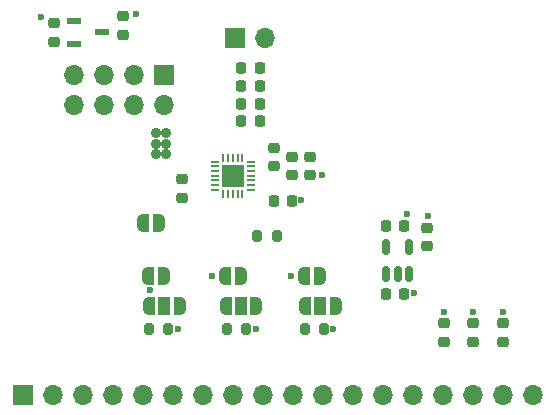
<source format=gts>
G04 #@! TF.GenerationSoftware,KiCad,Pcbnew,(6.0.1)*
G04 #@! TF.CreationDate,2022-01-16T17:21:19+09:00*
G04 #@! TF.ProjectId,BrushlessMotorDriver_DRV8311,42727573-686c-4657-9373-4d6f746f7244,rev?*
G04 #@! TF.SameCoordinates,PX7270e00PY8b3c880*
G04 #@! TF.FileFunction,Soldermask,Top*
G04 #@! TF.FilePolarity,Negative*
%FSLAX46Y46*%
G04 Gerber Fmt 4.6, Leading zero omitted, Abs format (unit mm)*
G04 Created by KiCad (PCBNEW (6.0.1)) date 2022-01-16 17:21:19*
%MOMM*%
%LPD*%
G01*
G04 APERTURE LIST*
G04 Aperture macros list*
%AMRoundRect*
0 Rectangle with rounded corners*
0 $1 Rounding radius*
0 $2 $3 $4 $5 $6 $7 $8 $9 X,Y pos of 4 corners*
0 Add a 4 corners polygon primitive as box body*
4,1,4,$2,$3,$4,$5,$6,$7,$8,$9,$2,$3,0*
0 Add four circle primitives for the rounded corners*
1,1,$1+$1,$2,$3*
1,1,$1+$1,$4,$5*
1,1,$1+$1,$6,$7*
1,1,$1+$1,$8,$9*
0 Add four rect primitives between the rounded corners*
20,1,$1+$1,$2,$3,$4,$5,0*
20,1,$1+$1,$4,$5,$6,$7,0*
20,1,$1+$1,$6,$7,$8,$9,0*
20,1,$1+$1,$8,$9,$2,$3,0*%
%AMFreePoly0*
4,1,22,0.550000,-0.750000,0.000000,-0.750000,0.000000,-0.745033,-0.079941,-0.743568,-0.215256,-0.701293,-0.333266,-0.622738,-0.424486,-0.514219,-0.481581,-0.384460,-0.499164,-0.250000,-0.500000,-0.250000,-0.500000,0.250000,-0.499164,0.250000,-0.499963,0.256109,-0.478152,0.396186,-0.417904,0.524511,-0.324060,0.630769,-0.204165,0.706417,-0.067858,0.745374,0.000000,0.744959,0.000000,0.750000,
0.550000,0.750000,0.550000,-0.750000,0.550000,-0.750000,$1*%
%AMFreePoly1*
4,1,20,0.000000,0.744959,0.073905,0.744508,0.209726,0.703889,0.328688,0.626782,0.421226,0.519385,0.479903,0.390333,0.500000,0.250000,0.500000,-0.250000,0.499851,-0.262216,0.476331,-0.402017,0.414519,-0.529596,0.319384,-0.634700,0.198574,-0.708877,0.061801,-0.746166,0.000000,-0.745033,0.000000,-0.750000,-0.550000,-0.750000,-0.550000,0.750000,0.000000,0.750000,0.000000,0.744959,
0.000000,0.744959,$1*%
%AMFreePoly2*
4,1,22,0.500000,-0.750000,0.000000,-0.750000,0.000000,-0.745033,-0.079941,-0.743568,-0.215256,-0.701293,-0.333266,-0.622738,-0.424486,-0.514219,-0.481581,-0.384460,-0.499164,-0.250000,-0.500000,-0.250000,-0.500000,0.250000,-0.499164,0.250000,-0.499963,0.256109,-0.478152,0.396186,-0.417904,0.524511,-0.324060,0.630769,-0.204165,0.706417,-0.067858,0.745374,0.000000,0.744959,0.000000,0.750000,
0.500000,0.750000,0.500000,-0.750000,0.500000,-0.750000,$1*%
%AMFreePoly3*
4,1,20,0.000000,0.744959,0.073905,0.744508,0.209726,0.703889,0.328688,0.626782,0.421226,0.519385,0.479903,0.390333,0.500000,0.250000,0.500000,-0.250000,0.499851,-0.262216,0.476331,-0.402017,0.414519,-0.529596,0.319384,-0.634700,0.198574,-0.708877,0.061801,-0.746166,0.000000,-0.745033,0.000000,-0.750000,-0.500000,-0.750000,-0.500000,0.750000,0.000000,0.750000,0.000000,0.744959,
0.000000,0.744959,$1*%
G04 Aperture macros list end*
%ADD10RoundRect,0.225000X-0.225000X-0.250000X0.225000X-0.250000X0.225000X0.250000X-0.225000X0.250000X0*%
%ADD11RoundRect,0.225000X0.250000X-0.225000X0.250000X0.225000X-0.250000X0.225000X-0.250000X-0.225000X0*%
%ADD12RoundRect,0.200000X0.200000X0.275000X-0.200000X0.275000X-0.200000X-0.275000X0.200000X-0.275000X0*%
%ADD13RoundRect,0.225000X-0.250000X0.225000X-0.250000X-0.225000X0.250000X-0.225000X0.250000X0.225000X0*%
%ADD14FreePoly0,0.000000*%
%ADD15R,1.000000X1.500000*%
%ADD16FreePoly1,0.000000*%
%ADD17R,1.309599X0.568000*%
%ADD18R,1.700000X1.700000*%
%ADD19O,1.700000X1.700000*%
%ADD20FreePoly2,0.000000*%
%ADD21FreePoly3,0.000000*%
%ADD22R,0.680999X0.204000*%
%ADD23R,0.204000X0.680999*%
%ADD24R,1.955800X1.955800*%
%ADD25RoundRect,0.225000X0.225000X0.250000X-0.225000X0.250000X-0.225000X-0.250000X0.225000X-0.250000X0*%
%ADD26RoundRect,0.150000X0.150000X-0.512500X0.150000X0.512500X-0.150000X0.512500X-0.150000X-0.512500X0*%
%ADD27C,0.600000*%
%ADD28C,0.900000*%
G04 APERTURE END LIST*
D10*
X20365000Y28071200D03*
X21915000Y28071200D03*
D11*
X23140000Y21296200D03*
X23140000Y22846200D03*
X24640000Y20496200D03*
X24640000Y22046200D03*
D12*
X14175000Y7471200D03*
X12525000Y7471200D03*
D13*
X37500000Y7975000D03*
X37500000Y6425000D03*
D12*
X27375000Y7471200D03*
X25725000Y7471200D03*
D13*
X42500000Y7975000D03*
X42500000Y6425000D03*
D12*
X20765000Y7471200D03*
X19115000Y7471200D03*
D13*
X36100000Y16075000D03*
X36100000Y14525000D03*
D14*
X25750000Y9471200D03*
D15*
X27050000Y9471200D03*
D16*
X28350000Y9471200D03*
D17*
X6206200Y33550001D03*
X6206200Y31649999D03*
X8593800Y32600000D03*
D18*
X13800000Y28975000D03*
D19*
X13800000Y26435000D03*
X11260000Y28975000D03*
X11260000Y26435000D03*
X8720000Y28975000D03*
X8720000Y26435000D03*
X6180000Y28975000D03*
X6180000Y26435000D03*
D20*
X25700000Y11971200D03*
D21*
X27000000Y11971200D03*
D14*
X12550000Y9471200D03*
D15*
X13850000Y9471200D03*
D16*
X15150000Y9471200D03*
D22*
X21148900Y19271050D03*
X21148900Y19671100D03*
X21148900Y20071150D03*
X21148900Y20471200D03*
X21148900Y20871250D03*
X21148900Y21271300D03*
X21148900Y21671350D03*
D23*
X20440100Y21980100D03*
X20040050Y21980100D03*
X19640000Y21980100D03*
X19239950Y21980100D03*
X18839900Y21980100D03*
D22*
X18131100Y21671350D03*
X18131100Y21271300D03*
X18131100Y20871250D03*
X18131100Y20471200D03*
X18131100Y20071150D03*
X18131100Y19671100D03*
X18131100Y19271050D03*
D23*
X18839900Y18962300D03*
X19239950Y18962300D03*
X19640000Y18962300D03*
X20040050Y18962300D03*
X20440100Y18962300D03*
D24*
X19640000Y20471200D03*
D14*
X19040000Y9471200D03*
D15*
X20340000Y9471200D03*
D16*
X21640000Y9471200D03*
D10*
X20365000Y26571200D03*
X21915000Y26571200D03*
D13*
X40000000Y7975000D03*
X40000000Y6425000D03*
D25*
X34175000Y16200000D03*
X32625000Y16200000D03*
D26*
X32650000Y12162500D03*
X33600000Y12162500D03*
X34550000Y12162500D03*
X34550000Y14437500D03*
X32650000Y14437500D03*
D18*
X1900000Y1900000D03*
D19*
X4440000Y1900000D03*
X6980000Y1900000D03*
X9520000Y1900000D03*
X12060000Y1900000D03*
X14600000Y1900000D03*
X17140000Y1900000D03*
X19680000Y1900000D03*
X22220000Y1900000D03*
X24760000Y1900000D03*
X27300000Y1900000D03*
X29840000Y1900000D03*
X32380000Y1900000D03*
X34920000Y1900000D03*
X37460000Y1900000D03*
X40000000Y1900000D03*
X42540000Y1900000D03*
X45080000Y1900000D03*
D20*
X18990000Y11971200D03*
D21*
X20290000Y11971200D03*
D10*
X20365000Y29571200D03*
X21915000Y29571200D03*
D13*
X4500000Y33375000D03*
X4500000Y31825000D03*
X15300000Y20175000D03*
X15300000Y18625000D03*
X10300000Y33975000D03*
X10300000Y32425000D03*
D11*
X26140000Y20496200D03*
X26140000Y22046200D03*
D25*
X24675000Y18300000D03*
X23125000Y18300000D03*
D12*
X23365000Y15371200D03*
X21715000Y15371200D03*
D20*
X12050000Y16500000D03*
D21*
X13350000Y16500000D03*
D25*
X34175000Y10500000D03*
X32625000Y10500000D03*
D10*
X20365000Y25071200D03*
X21915000Y25071200D03*
D18*
X19865000Y32171200D03*
D19*
X22405000Y32171200D03*
D20*
X12500000Y11971200D03*
D21*
X13800000Y11971200D03*
D27*
X37500000Y8900000D03*
X40000000Y8900000D03*
X42500000Y8900000D03*
X20300000Y21100000D03*
X20300000Y19800000D03*
X15000000Y7500000D03*
X11400000Y34200000D03*
X12600000Y10800000D03*
X24600000Y12000000D03*
X34378800Y17202500D03*
X21600000Y7500000D03*
X25400000Y18400000D03*
X3400000Y33900000D03*
X36178800Y17102500D03*
X34978800Y10502500D03*
X19000000Y19800000D03*
X19000000Y21100000D03*
X27200000Y20500000D03*
X28100000Y7500000D03*
X19600000Y20500000D03*
X17900000Y12000000D03*
D28*
X14000000Y23200000D03*
X13100000Y23200000D03*
X13100000Y24100000D03*
X13100000Y22300000D03*
X14000000Y22300000D03*
X14000000Y24100000D03*
M02*

</source>
